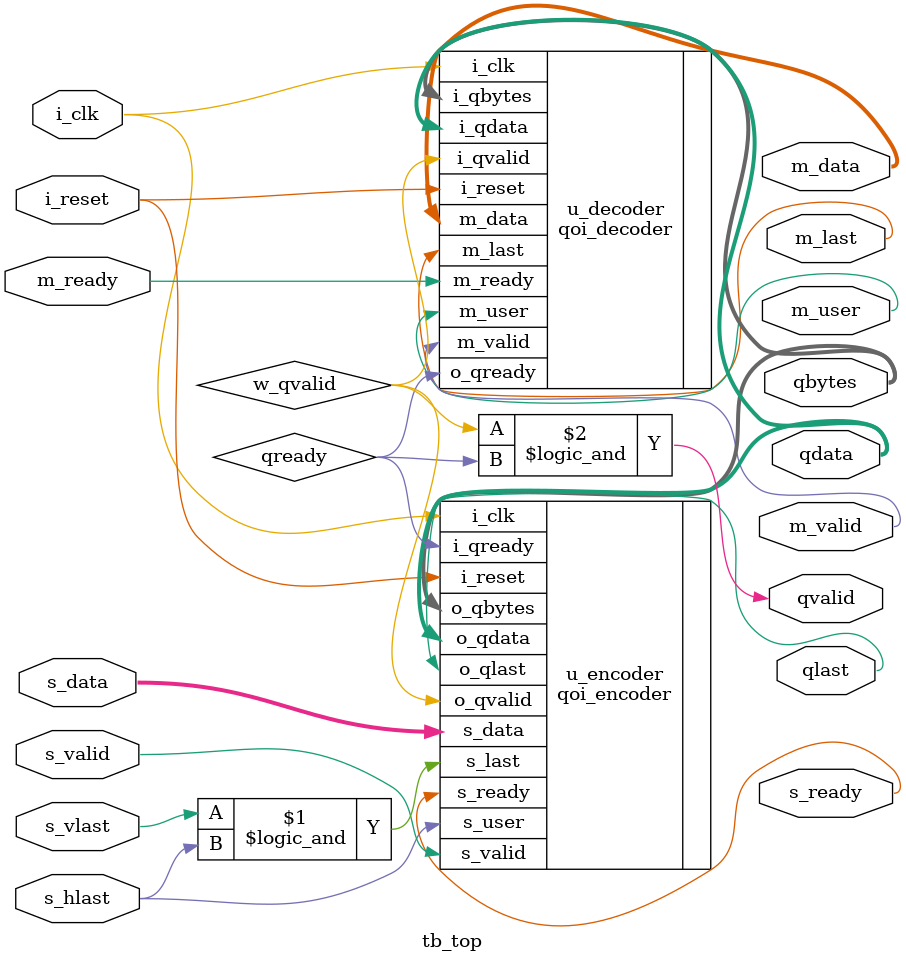
<source format=v>
`default_nettype none
module	tb_top #(
		parameter	DW=64
	) (
		input	wire	i_clk, i_reset,
		// Video stream input
		// {{{
		input	wire		s_valid,
		output	wire		s_ready,
		input	wire	[23:0]	s_data,
		input	wire		s_hlast,
		input	wire		s_vlast,
		// }}}
		// QOI compressed output stream
		// {{{
		output	wire		qvalid,
		output	wire [DW-1:0]	qdata,
		output	wire [$clog2(DW/8)-1:0]	qbytes,
		output	wire		qlast,
		// }}}
		// Video stream output
		// {{{
		output	reg		m_valid,
		input	wire		m_ready,
		output	reg	[23:0]	m_data,
		output	reg		m_user, m_last
		// }}}
	);

	wire	w_qvalid, qready;

	qoi_encoder
	u_encoder (
		.i_clk(i_clk), .i_reset(i_reset),
		//
		.s_valid(s_valid),
		.s_ready(s_ready),
		.s_data(s_data),
		.s_last(s_vlast && s_hlast),
		.s_user(s_hlast),
		//
		.o_qvalid(w_qvalid),
		.i_qready(qready),
		.o_qdata(qdata),
		.o_qbytes(qbytes),
		.o_qlast(qlast)
	);

	assign	qvalid = w_qvalid && qready;

	qoi_decoder
	u_decoder (
		.i_clk(i_clk), .i_reset(i_reset),
		//
		.i_qvalid(w_qvalid),
		.o_qready(qready),
		.i_qdata(qdata),
		.i_qbytes(qbytes),
		// .i_qlast(qlast),
		//
		.m_valid(m_valid),
		.m_ready(m_ready),
		.m_data(m_data),
		.m_last(m_last),
		.m_user(m_user)
	);

endmodule

</source>
